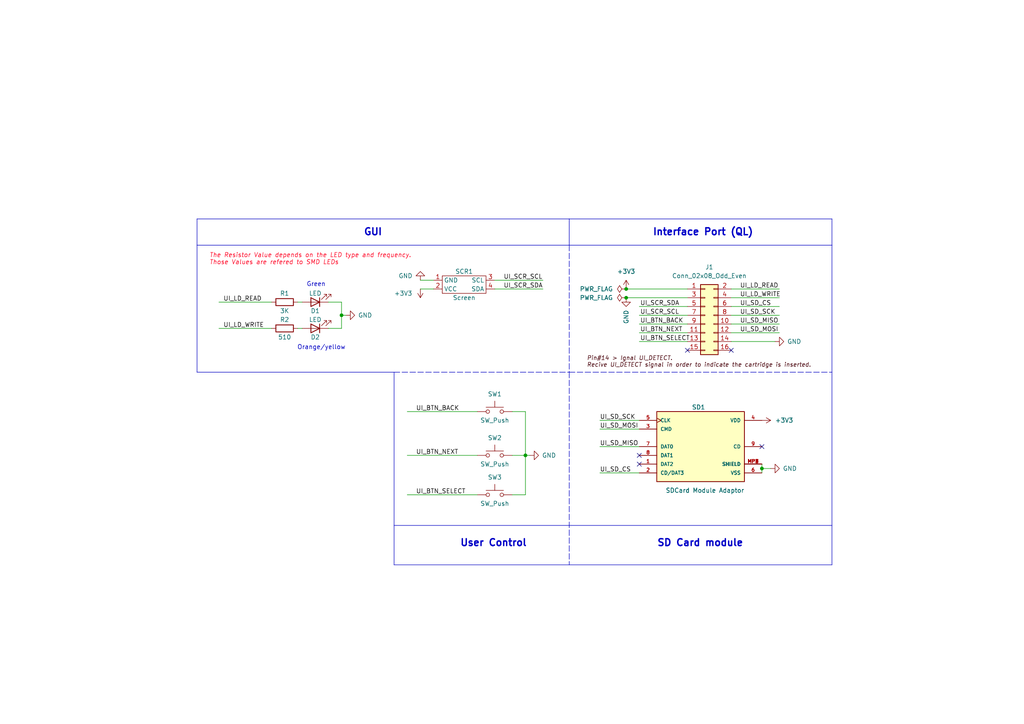
<source format=kicad_sch>
(kicad_sch (version 20231120) (generator "eeschema") (generator_version "8.0")
  (paper "A4")
  (title_block (title "Cartridge MicroDrivePico") (date "2024-03-29") (rev "1.4b") (comment 1 "Original Designer: Dr. Gusman") (comment 2 "Modified by: Popopo") (comment 3 "This is the cartridge need to work as replacement of MicroDrives.") (comment 4 "It only works with MicroDrivePico driver."))
  (lib_symbols
    (symbol "CartridgeComponents:Screen"
      (property "Reference" "SCR" (at 0 6.35 0))
      (property "Value" "Screen" (at 0 8.89 0))
      (symbol "Screen_0_1"
        (rectangle (start -6.35 2.54) (end 6.35 -2.54))
      )
      (symbol "Screen_1_1"
        (pin passive line (at -8.89 1.27 0) (length 2.54) (name "GND") (number "1"))
        (pin passive line (at -8.89 -1.27 0) (length 2.54) (name "VCC") (number "2"))
        (pin input line (at 8.89 1.27 180) (length 2.54) (name "SCL") (number "3"))
        (pin bidirectional line (at 8.89 -1.27 180) (length 2.54) (name "SDA") (number "4"))
      )
    )
    (symbol "CartridgeComponents:TF-01A" (pin_names (offset 1.016))
      (property "Reference" "MICRO_SD" (at -12.7 10.795 0))
      (property "Value" "TF-01A" (at -12.7 -12.7 0))
      (symbol "TF-01A_0_0"
        (rectangle (start -12.7 -10.16) (end 12.7 10.16) (stroke (width 0.254)) (fill (type background)))
        (pin bidirectional line (at -17.78 -5.08 0) (length 5.08) (name "DAT2") (number "1"))
        (pin bidirectional line (at -17.78 -7.62 0) (length 5.08) (name "CD/DAT3") (number "2"))
        (pin bidirectional line (at -17.78 5.08 0) (length 5.08) (name "CMD") (number "3"))
        (pin power_in line (at 17.78 7.62 180) (length 5.08) (name "VDD") (number "4"))
        (pin bidirectional clock (at -17.78 7.62 0) (length 5.08) (name "CLK") (number "5"))
        (pin power_in line (at 17.78 -7.62 180) (length 5.08) (name "VSS") (number "6"))
        (pin bidirectional line (at -17.78 0 0) (length 5.08) (name "DAT0") (number "7"))
        (pin bidirectional line (at -17.78 -2.54 0) (length 5.08) (name "DAT1") (number "8"))
        (pin power_in line (at 17.78 -5.08 180) (length 5.08) (name "SHIELD") (number "MP1"))
        (pin power_in line (at 17.78 -5.08 180) (length 5.08) (name "SHIELD") (number "MP2"))
        (pin power_in line (at 17.78 -5.08 180) (length 5.08) (name "SHIELD") (number "MP3"))
        (pin power_in line (at 17.78 -5.08 180) (length 5.08) (name "SHIELD") (number "MP4"))
      )
      (symbol "TF-01A_1_0"
        (pin passive line (at 17.78 0 180) (length 5.08) (name "CD") (number "9"))
      )
    )
    (symbol "Connector_Generic:Conn_02x08_Odd_Even" (pin_names (offset 1.016) hide)
      (property "Reference" "J" (at 1.27 10.16 0))
      (property "Value" "Conn_02x08_Odd_Even" (at 1.27 -12.7 0))
      (symbol "Conn_02x08_Odd_Even_1_1"
        (rectangle (start -1.27 -10.033) (end 0 -10.287) (stroke (width 0.1524)))
        (rectangle (start -1.27 -7.493) (end 0 -7.747) (stroke (width 0.1524)))
        (rectangle (start -1.27 -4.953) (end 0 -5.207) (stroke (width 0.1524)))
        (rectangle (start -1.27 -2.413) (end 0 -2.667) (stroke (width 0.1524)))
        (rectangle (start -1.27 0.127) (end 0 -0.127) (stroke (width 0.1524)))
        (rectangle (start -1.27 2.667) (end 0 2.413) (stroke (width 0.1524)))
        (rectangle (start -1.27 5.207) (end 0 4.953) (stroke (width 0.1524)))
        (rectangle (start -1.27 7.747) (end 0 7.493) (stroke (width 0.1524)))
        (rectangle (start -1.27 8.89) (end 3.81 -11.43) (stroke (width 0.254)) (fill (type background)))
        (rectangle (start 3.81 -10.033) (end 2.54 -10.287) (stroke (width 0.1524)))
        (rectangle (start 3.81 -7.493) (end 2.54 -7.747) (stroke (width 0.1524)))
        (rectangle (start 3.81 -4.953) (end 2.54 -5.207) (stroke (width 0.1524)))
        (rectangle (start 3.81 -2.413) (end 2.54 -2.667) (stroke (width 0.1524)))
        (rectangle (start 3.81 0.127) (end 2.54 -0.127) (stroke (width 0.1524)))
        (rectangle (start 3.81 2.667) (end 2.54 2.413) (stroke (width 0.1524)))
        (rectangle (start 3.81 5.207) (end 2.54 4.953) (stroke (width 0.1524)))
        (rectangle (start 3.81 7.747) (end 2.54 7.493) (stroke (width 0.1524)))
        (pin passive line (at -5.08 7.62 0) (length 3.81) (name "Pin_1") (number "1"))
        (pin passive line (at 7.62 -2.54 180) (length 3.81) (name "Pin_10") (number "10"))
        (pin passive line (at -5.08 -5.08 0) (length 3.81) (name "Pin_11") (number "11"))
        (pin passive line (at 7.62 -5.08 180) (length 3.81) (name "Pin_12") (number "12"))
        (pin passive line (at -5.08 -7.62 0) (length 3.81) (name "Pin_13") (number "13"))
        (pin passive line (at 7.62 -7.62 180) (length 3.81) (name "Pin_14") (number "14"))
        (pin passive line (at -5.08 -10.16 0) (length 3.81) (name "Pin_15") (number "15"))
        (pin passive line (at 7.62 -10.16 180) (length 3.81) (name "Pin_16") (number "16"))
        (pin passive line (at 7.62 7.62 180) (length 3.81) (name "Pin_2") (number "2"))
        (pin passive line (at -5.08 5.08 0) (length 3.81) (name "Pin_3") (number "3"))
        (pin passive line (at 7.62 5.08 180) (length 3.81) (name "Pin_4") (number "4"))
        (pin passive line (at -5.08 2.54 0) (length 3.81) (name "Pin_5") (number "5"))
        (pin passive line (at 7.62 2.54 180) (length 3.81) (name "Pin_6") (number "6"))
        (pin passive line (at -5.08 0 0) (length 3.81) (name "Pin_7") (number "7"))
        (pin passive line (at 7.62 0 180) (length 3.81) (name "Pin_8") (number "8"))
        (pin passive line (at -5.08 -2.54 0) (length 3.81) (name "Pin_9") (number "9"))
      )
    )
    (symbol "Device:LED" (pin_numbers hide) (pin_names (offset 1.016) hide)
      (property "Reference" "D" (at 0 2.54 0))
      (property "Value" "LED" (at 0 -2.54 0))
      (symbol "LED_0_1"
        (polyline (pts (xy -1.27 -1.27) (xy -1.27 1.27)) (stroke (width 0.254)))
        (polyline (pts (xy -1.27 0) (xy 1.27 0)))
        (polyline (pts (xy 1.27 -1.27) (xy 1.27 1.27) (xy -1.27 0) (xy 1.27 -1.27)) (stroke (width 0.254)))
        (polyline (pts (xy -3.048 -0.762) (xy -4.572 -2.286) (xy -3.81 -2.286) (xy -4.572 -2.286) (xy -4.572 -1.524)))
        (polyline (pts (xy -1.778 -0.762) (xy -3.302 -2.286) (xy -2.54 -2.286) (xy -3.302 -2.286) (xy -3.302 -1.524)))
      )
      (symbol "LED_1_1"
        (pin passive line (at -3.81 0 0) (length 2.54) (name "K") (number "1"))
        (pin passive line (at 3.81 0 180) (length 2.54) (name "A") (number "2"))
      )
    )
    (symbol "Device:R" (pin_numbers hide) (pin_names (offset 0))
      (property "Reference" "R" (at 2.032 0 90))
      (property "Value" "R" (at 0 0 90))
      (symbol "R_0_1"
        (rectangle (start -1.016 -2.54) (end 1.016 2.54) (stroke (width 0.254)))
      )
      (symbol "R_1_1"
        (pin passive line (at 0 3.81 270) (length 1.27) (name "~") (number "1"))
        (pin passive line (at 0 -3.81 90) (length 1.27) (name "~") (number "2"))
      )
    )
    (symbol "PCM_4ms_Power-symbol:PWR_FLAG" (power) (pin_numbers hide) (pin_names (offset 0) hide)
      (property "Value" "PWR_FLAG" (at 0 3.81 0))
      (symbol "PWR_FLAG_0_0"
        (pin power_out line (at 0 0 90) (length 0) (name "pwr") (number "1"))
      )
      (symbol "PWR_FLAG_0_1"
        (polyline (pts (xy 0 0) (xy 0 1.27) (xy -1.016 1.905) (xy 0 2.54) (xy 1.016 1.905) (xy 0 1.27)))
      )
    )
    (symbol "Switch:SW_Push" (pin_numbers hide) (pin_names (offset 1.016) hide)
      (property "Reference" "SW" (at 1.27 2.54 0))
      (property "Value" "SW_Push" (at 0 -1.524 0))
      (symbol "SW_Push_0_1"
        (circle (center -2.032 0) (radius 0.508))
        (polyline (pts (xy 0 1.27) (xy 0 3.048)))
        (polyline (pts (xy 2.54 1.27) (xy -2.54 1.27)))
        (circle (center 2.032 0) (radius 0.508))
        (pin passive line (at -5.08 0 0) (length 2.54) (name "1") (number "1"))
        (pin passive line (at 5.08 0 180) (length 2.54) (name "2") (number "2"))
      )
    )
    (symbol "power:+3V3" (power) (pin_names (offset 0))
      (property "Value" "+3V3" (at 0 3.556 0))
      (symbol "+3V3_0_1"
        (polyline (pts (xy -0.762 1.27) (xy 0 2.54)))
        (polyline (pts (xy 0 0) (xy 0 2.54)))
        (polyline (pts (xy 0 2.54) (xy 0.762 1.27)))
      )
      (symbol "+3V3_1_1"
        (pin power_in line (at 0 0 90) (length 0) hide (name "+3V3") (number "1"))
      )
    )
    (symbol "power:GND" (power) (pin_names (offset 0))
      (property "Value" "GND" (at 0 -3.81 0))
      (symbol "GND_0_1"
        (polyline (pts (xy 0 0) (xy 0 -1.27) (xy 1.27 -1.27) (xy 0 -2.54) (xy -1.27 -1.27) (xy 0 -1.27)))
      )
      (symbol "GND_1_1"
        (pin power_in line (at 0 0 270) (length 0) hide (name "GND") (number "1"))
      )
    )
  )
  (junction (at 181.61 83.82))
  (junction (at 181.61 86.36))
  (junction (at 220.98 135.89))
  (junction (at 99.06 91.44))
  (junction (at 152.4 132.08))
  (no_connect (at 212.09 101.6))
  (no_connect (at 185.42 134.62))
  (no_connect (at 199.39 101.6))
  (no_connect (at 220.98 129.54))
  (no_connect (at 185.42 132.08))
  (wire (pts (xy 121.92 81.28) (xy 125.73 81.28)))
  (polyline (pts (xy 241.3 63.5) (xy 241.3 71.12)) (stroke (width 0) (type solid)))
  (wire (pts (xy 125.73 83.82) (xy 121.92 83.82)))
  (polyline (pts (xy 165.1 152.4) (xy 241.3 152.4)) (stroke (width 0) (type solid)))
  (polyline (pts (xy 165.1 107.95) (xy 241.3 107.95)) (stroke (width 0) (type dash)))
  (polyline (pts (xy 57.15 71.12) (xy 241.3 71.12)))
  (wire (pts (xy 118.11 119.38) (xy 138.43 119.38)))
  (wire (pts (xy 148.59 132.08) (xy 152.4 132.08)))
  (wire (pts (xy 220.98 134.62) (xy 220.98 135.89)))
  (wire (pts (xy 148.59 119.38) (xy 152.4 119.38)))
  (wire (pts (xy 152.4 143.51) (xy 148.59 143.51)))
  (wire (pts (xy 87.63 87.63) (xy 86.36 87.63)))
  (polyline (pts (xy 165.1 71.12) (xy 165.1 63.5)) (stroke (width 0) (type solid)))
  (wire (pts (xy 173.99 137.16) (xy 185.42 137.16)))
  (wire (pts (xy 181.61 86.36) (xy 199.39 86.36)))
  (wire (pts (xy 173.99 121.92) (xy 185.42 121.92)))
  (wire (pts (xy 99.06 95.25) (xy 95.25 95.25)))
  (wire (pts (xy 212.09 83.82) (xy 226.06 83.82)))
  (wire (pts (xy 173.99 129.54) (xy 185.42 129.54)))
  (wire (pts (xy 153.67 132.08) (xy 152.4 132.08)))
  (wire (pts (xy 118.11 143.51) (xy 138.43 143.51)))
  (polyline (pts (xy 57.15 63.5) (xy 165.1 63.5)))
  (wire (pts (xy 99.06 91.44) (xy 99.06 95.25)))
  (wire (pts (xy 63.5 95.25) (xy 78.74 95.25)))
  (wire (pts (xy 99.06 91.44) (xy 99.06 87.63)))
  (wire (pts (xy 152.4 119.38) (xy 152.4 132.08)))
  (wire (pts (xy 143.51 81.28) (xy 157.48 81.28)))
  (wire (pts (xy 223.52 135.89) (xy 220.98 135.89)))
  (polyline (pts (xy 114.3 107.95) (xy 165.1 107.95)) (stroke (width 0) (type dash)))
  (polyline (pts (xy 57.15 63.5) (xy 57.15 107.95)))
  (wire (pts (xy 185.42 96.52) (xy 199.39 96.52)))
  (polyline (pts (xy 165.1 107.95) (xy 165.1 163.83)) (stroke (width 0) (type dash)))
  (wire (pts (xy 212.09 88.9) (xy 226.06 88.9)))
  (wire (pts (xy 99.06 91.44) (xy 100.33 91.44)))
  (polyline (pts (xy 114.3 107.95) (xy 114.3 163.83)))
  (wire (pts (xy 63.5 87.63) (xy 78.74 87.63)))
  (wire (pts (xy 212.09 91.44) (xy 226.06 91.44)))
  (wire (pts (xy 152.4 132.08) (xy 152.4 143.51)))
  (wire (pts (xy 212.09 99.06) (xy 224.79 99.06)))
  (polyline (pts (xy 57.15 107.95) (xy 114.3 107.95)))
  (wire (pts (xy 143.51 83.82) (xy 157.48 83.82)))
  (wire (pts (xy 220.98 135.89) (xy 220.98 137.16)))
  (polyline (pts (xy 241.3 71.12) (xy 241.3 163.83)))
  (wire (pts (xy 212.09 96.52) (xy 226.06 96.52)))
  (wire (pts (xy 212.09 93.98) (xy 226.06 93.98)))
  (wire (pts (xy 181.61 83.82) (xy 199.39 83.82)))
  (wire (pts (xy 185.42 88.9) (xy 199.39 88.9)))
  (wire (pts (xy 185.42 91.44) (xy 199.39 91.44)))
  (wire (pts (xy 87.63 95.25) (xy 86.36 95.25)))
  (wire (pts (xy 118.11 132.08) (xy 138.43 132.08)))
  (wire (pts (xy 185.42 93.98) (xy 199.39 93.98)))
  (polyline (pts (xy 165.1 63.5) (xy 241.3 63.5)) (stroke (width 0) (type solid)))
  (polyline (pts (xy 114.3 163.83) (xy 241.3 163.83)))
  (wire (pts (xy 95.25 87.63) (xy 99.06 87.63)))
  (polyline (pts (xy 165.1 71.12) (xy 165.1 107.95)) (stroke (width 0) (type dash)))
  (wire (pts (xy 173.99 124.46) (xy 185.42 124.46)))
  (polyline (pts (xy 114.3 152.4) (xy 165.1 152.4)))
  (wire (pts (xy 212.09 86.36) (xy 226.06 86.36)))
  (wire (pts (xy 185.42 99.06) (xy 199.39 99.06)))
  (text "The Resistor Value depends on the LED type and frequency.\nThose Values are refered to SMD LEDs" (at 60.706 75.184 0) (effects (font (size 1.27 1.27) (italic yes)) (justify left)))
  (text "GUI" (at 105.41 68.58 0) (effects (font (size 2 2) (thickness 0.4) (bold yes)) (justify left bottom)))
  (text "Pin#14 > Ignal UI_DETECT.\nRecive UI_DETECT signal in order to indicate the cartridge is inserted." (at 170.18 106.68 0) (effects (font (size 1.2 1.2) (italic yes)) (justify left bottom)))
  (text "Interface Port (QL)" (at 189.23 68.58 0) (effects (font (size 2 2) (thickness 0.4) (bold yes)) (justify left bottom)))
  (text "Green" (at 91.694 82.55 0) (effects (font (size 1.27 1.27))))
  (text "Orange/yellow" (at 93.218 100.838 0) (effects (font (size 1.27 1.27))))
  (text "User Control\n" (at 133.35 158.75 0) (effects (font (size 2 2) (thickness 0.4) (bold yes)) (justify left bottom)))
  (text "SD Card module" (at 190.5 158.75 0) (effects (font (size 2 2) (thickness 0.4) (bold yes)) (justify left bottom)))
  (label "UI_SD_MOSI" (at 214.63 96.52 0))
  (label "UI_SD_CS" (at 173.99 137.16 0))
  (label "UI_LD_READ" (at 64.77 87.63 0))
  (label "UI_BTN_SELECT" (at 120.65 143.51 0))
  (label "UI_SD_MISO" (at 214.63 93.98 0))
  (label "UI_BTN_BACK" (at 185.674 93.98 0))
  (label "UI_SCR_SCL" (at 146.05 81.28 0))
  (label "UI_BTN_SELECT" (at 185.674 99.06 0))
  (label "UI_SCR_SDA" (at 146.05 83.82 0))
  (label "UI_SD_MISO" (at 173.99 129.54 0))
  (label "UI_SD_CS" (at 214.63 88.9 0))
  (label "UI_LD_WRITE" (at 214.63 86.36 0))
  (label "UI_BTN_NEXT" (at 185.674 96.52 0))
  (label "UI_LD_WRITE" (at 64.77 95.25 0))
  (label "UI_BTN_NEXT" (at 120.65 132.08 0))
  (label "UI_LD_READ" (at 214.63 83.82 0))
  (label "UI_BTN_BACK" (at 120.65 119.38 0))
  (label "UI_SD_SCK" (at 214.63 91.44 0))
  (label "UI_SCR_SCL" (at 185.674 91.44 0))
  (label "UI_SCR_SDA" (at 185.674 88.9 0))
  (label "UI_SD_SCK" (at 173.99 121.92 0))
  (label "UI_SD_MOSI" (at 173.99 124.46 0))
  (symbol (lib_id "power:GND") (at 224.79 99.06 90) (mirror x) (unit 1)
    (property "Reference" "#PWR0109" (effects (hide yes)))
    (property "Value" "GND" (at 232.41 99.06 90) (effects (justify left)))
  )
  (symbol (lib_id "Device:R") (at 82.55 87.63 90) (unit 1)
    (property "Reference" "R1" (at 82.55 85.09 90))
    (property "Value" "3K" (at 82.55 90.17 90))
    (property "Footprint" "Resistor_SMD:R_0603_1608Metric" (effects (hide yes)))
  )
  (symbol (lib_id "power:+3V3") (at 220.98 121.92 270) (unit 1)
    (property "Reference" "#PWR02" (effects (hide yes)))
    (property "Value" "+3V3" (at 224.79 121.92 90) (effects (justify left)))
  )
  (symbol (lib_id "power:GND") (at 181.61 86.36 0) (mirror y) (unit 1)
    (property "Reference" "#PWR0102" (effects (hide yes)))
    (property "Value" "GND" (at 181.61 93.98 90) (effects (justify left)))
  )
  (symbol (lib_id "Device:R") (at 82.55 95.25 90) (unit 1)
    (property "Reference" "R2" (at 82.55 92.71 90))
    (property "Value" "510" (at 82.55 97.79 90))
    (property "Footprint" "Resistor_SMD:R_0603_1608Metric" (effects (hide yes)))
  )
  (symbol (lib_id "Switch:SW_Push") (at 143.51 143.51 0) (unit 1)
    (property "Reference" "SW3" (at 143.51 138.43 0))
    (property "Value" "SW_Push" (at 143.51 146.05 0))
    (property "Footprint" "Button_Switch_SMD:SW_SPST_PTS645" (effects (hide yes)))
  )
  (symbol (lib_id "Device:LED") (at 91.44 95.25 180) (unit 1)
    (property "Reference" "D2" (at 91.44 97.79 0))
    (property "Value" "LED" (at 91.44 92.71 0))
    (property "Footprint" "LED_THT:LED_D3.0mm" (effects (hide yes)))
  )
  (symbol (lib_id "Switch:SW_Push") (at 143.51 132.08 0) (unit 1)
    (property "Reference" "SW2" (at 143.51 127 0))
    (property "Value" "SW_Push" (at 143.51 134.62 0))
    (property "Footprint" "Button_Switch_SMD:SW_SPST_PTS645" (effects (hide yes)))
  )
  (symbol (lib_id "PCM_4ms_Power-symbol:PWR_FLAG") (at 181.61 86.36 90) (unit 1)
    (property "Reference" "#FLG01" (effects (hide yes)))
    (property "Value" "PWR_FLAG" (at 177.8 86.36 90) (effects (justify left)))
  )
  (symbol (lib_id "power:+3V3") (at 181.61 83.82 0) (unit 1)
    (property "Reference" "#PWR0101" (effects (hide yes)))
    (property "Value" "+3V3" (at 181.61 78.74 0))
  )
  (symbol (lib_id "power:GND") (at 100.33 91.44 90) (mirror x) (unit 1)
    (property "Reference" "#PWR0108" (effects (hide yes)))
    (property "Value" "GND" (at 107.95 91.44 90) (effects (justify left)))
  )
  (symbol (lib_id "Switch:SW_Push") (at 143.51 119.38 0) (unit 1)
    (property "Reference" "SW1" (at 143.51 114.3 0))
    (property "Value" "SW_Push" (at 143.51 121.92 0))
    (property "Footprint" "Button_Switch_SMD:SW_SPST_PTS645" (effects (hide yes)))
  )
  (symbol (lib_id "power:+3V3") (at 121.92 83.82 180) (unit 1)
    (property "Reference" "#PWR0104" (effects (hide yes)))
    (property "Value" "+3V3" (at 114.3 85.09 0) (effects (justify right)))
  )
  (symbol (lib_id "Device:LED") (at 91.44 87.63 180) (unit 1)
    (property "Reference" "D1" (at 91.44 90.17 0))
    (property "Value" "LED" (at 91.44 85.09 0))
    (property "Footprint" "LED_THT:LED_D3.0mm" (effects (hide yes)))
  )
  (symbol (lib_id "CartridgeComponents:TF-01A") (at 203.2 129.54 0) (unit 1)
    (property "Reference" "SD1" (at 200.66 118.11 0) (effects (justify left)))
    (property "Value" "SDCard Module Adaptor" (at 193.04 142.24 0) (effects (justify left)))
    (property "Footprint" "MicroPicoDrive_Cartridge:SDCard_Module_changed" (effects (hide yes)))
    (property "Description" "\nStandard Card Edge Connectors\n" (effects (hide yes)))
    (property "Package" "Package" (effects (hide yes)))
    (property "MP" "TF-01A" (effects (hide yes)))
    (property "MANUFACTURER" "SUNTECH" (effects (hide yes)))
    (property "MF" "HRO Electronics Co., Ltd." (effects (hide yes)))
    (property "Price" "None" (effects (hide yes)))
    (property "SnapEDA_Link" "https://www.snapeda.com/parts/TF-01A/HRO+Electronics+Co.%252C+Ltd./view-part/?ref=snap" (effects (hide yes)))
    (property "Availability" "Not in stock" (effects (hide yes)))
    (property "Check_prices" "https://www.snapeda.com/parts/TF-01A/HRO+Electronics+Co.%252C+Ltd./view-part/?ref=eda" (effects (hide yes)))
  )
  (symbol (lib_id "PCM_4ms_Power-symbol:PWR_FLAG") (at 181.61 83.82 90) (unit 1)
    (property "Reference" "#FLG02" (effects (hide yes)))
    (property "Value" "PWR_FLAG" (at 177.8 83.82 90) (effects (justify left)))
  )
  (symbol (lib_id "power:GND") (at 121.92 81.28 0) (mirror x) (unit 1)
    (property "Reference" "#PWR0106" (effects (hide yes)))
    (property "Value" "GND" (at 115.57 80.01 0) (effects (justify left)))
  )
  (symbol (lib_id "power:GND") (at 223.52 135.89 90) (mirror x) (unit 1)
    (property "Reference" "#PWR01" (effects (hide yes)))
    (property "Value" "GND" (at 231.14 135.89 90) (effects (justify left)))
  )
  (symbol (lib_id "CartridgeComponents:Screen") (at 134.62 82.55 0) (unit 1)
    (property "Reference" "SCR1" (at 134.62 78.74 0))
    (property "Value" "Screen" (at 134.62 86.36 0))
    (property "Footprint" "MicroPicoDrive_Cartridge:Screen" (effects (hide yes)))
  )
  (symbol (lib_id "Connector_Generic:Conn_02x08_Odd_Even") (at 204.47 91.44 0) (unit 1)
    (property "Reference" "J1" (at 205.74 77.47 0))
    (property "Value" "Conn_02x08_Odd_Even" (at 205.74 80.01 0))
    (property "Footprint" "MicroPicoDrive_Cartridge:Edge" (effects (hide yes)))
  )
  (symbol (lib_id "power:GND") (at 153.67 132.08 90) (mirror x) (unit 1)
    (property "Reference" "#PWR0103" (effects (hide yes)))
    (property "Value" "GND" (at 161.29 132.08 90) (effects (justify left)))
  )
)
</source>
